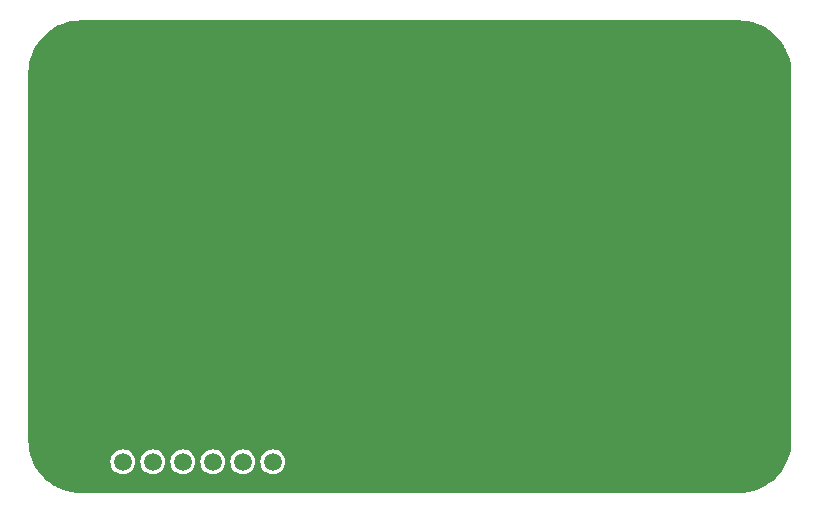
<source format=gbr>
%TF.GenerationSoftware,KiCad,Pcbnew,8.0.7*%
%TF.CreationDate,2025-01-17T21:34:44+01:00*%
%TF.ProjectId,SAO_HelloMyNameIs,53414f5f-4865-46c6-9c6f-4d794e616d65,rev?*%
%TF.SameCoordinates,Original*%
%TF.FileFunction,Copper,L1,Top*%
%TF.FilePolarity,Positive*%
%FSLAX46Y46*%
G04 Gerber Fmt 4.6, Leading zero omitted, Abs format (unit mm)*
G04 Created by KiCad (PCBNEW 8.0.7) date 2025-01-17 21:34:44*
%MOMM*%
%LPD*%
G01*
G04 APERTURE LIST*
%TA.AperFunction,ComponentPad*%
%ADD10C,1.500000*%
%TD*%
G04 APERTURE END LIST*
D10*
%TO.P,,1*%
%TO.N,N/C*%
X98196400Y-104851200D03*
%TD*%
%TO.P,,1*%
%TO.N,N/C*%
X95656400Y-104851200D03*
%TD*%
%TO.P,,1*%
%TO.N,N/C*%
X108356400Y-104851200D03*
%TD*%
%TO.P,,1*%
%TO.N,N/C*%
X105816400Y-104851200D03*
%TD*%
%TO.P,,1*%
%TO.N,N/C*%
X103276400Y-104851200D03*
%TD*%
%TO.P,,1*%
%TO.N,N/C*%
X100736400Y-104851200D03*
%TD*%
%TA.AperFunction,NonConductor*%
G36*
X147849091Y-67478220D02*
G01*
X148226180Y-67494691D01*
X148236924Y-67495631D01*
X148608480Y-67544554D01*
X148619091Y-67546425D01*
X148984954Y-67627541D01*
X148995397Y-67630340D01*
X149352765Y-67743022D01*
X149362930Y-67746721D01*
X149709155Y-67890136D01*
X149718927Y-67894693D01*
X150051325Y-68067732D01*
X150060693Y-68073141D01*
X150376731Y-68274482D01*
X150385577Y-68280675D01*
X150682890Y-68508814D01*
X150691162Y-68515756D01*
X150967436Y-68768914D01*
X150975085Y-68776563D01*
X151228243Y-69052837D01*
X151235187Y-69061111D01*
X151463321Y-69358418D01*
X151469517Y-69367268D01*
X151670858Y-69683306D01*
X151676267Y-69692674D01*
X151797480Y-69925518D01*
X151849298Y-70025056D01*
X151853870Y-70034860D01*
X151997278Y-70381069D01*
X152000977Y-70391234D01*
X152113659Y-70748602D01*
X152116459Y-70759050D01*
X152197569Y-71124884D01*
X152199448Y-71135538D01*
X152248366Y-71507059D01*
X152249308Y-71517818D01*
X152265779Y-71894893D01*
X152265782Y-71894945D01*
X152265900Y-71900356D01*
X152265900Y-103054893D01*
X152265782Y-103060302D01*
X152249318Y-103437378D01*
X152248375Y-103448154D01*
X152199465Y-103819663D01*
X152197587Y-103830317D01*
X152116479Y-104196170D01*
X152113679Y-104206618D01*
X152001000Y-104563992D01*
X151997300Y-104574158D01*
X151853897Y-104920362D01*
X151849325Y-104930166D01*
X151676301Y-105262542D01*
X151670893Y-105271910D01*
X151469548Y-105587958D01*
X151463343Y-105596819D01*
X151235226Y-105894107D01*
X151228272Y-105902394D01*
X150975115Y-106178666D01*
X150967466Y-106186315D01*
X150691194Y-106439472D01*
X150682907Y-106446426D01*
X150385619Y-106674543D01*
X150376758Y-106680748D01*
X150060710Y-106882093D01*
X150051342Y-106887501D01*
X149718966Y-107060525D01*
X149709162Y-107065097D01*
X149362958Y-107208500D01*
X149352792Y-107212200D01*
X148995418Y-107324879D01*
X148984970Y-107327679D01*
X148619117Y-107408787D01*
X148608463Y-107410665D01*
X148236954Y-107459575D01*
X148226178Y-107460518D01*
X147849149Y-107476980D01*
X147843740Y-107477098D01*
X92089106Y-107477098D01*
X92083697Y-107476980D01*
X91706621Y-107460516D01*
X91695845Y-107459573D01*
X91324336Y-107410663D01*
X91313682Y-107408785D01*
X90947830Y-107327677D01*
X90937382Y-107324877D01*
X90580007Y-107212198D01*
X90569841Y-107208498D01*
X90223637Y-107065095D01*
X90213833Y-107060523D01*
X89881458Y-106887500D01*
X89872090Y-106882092D01*
X89556042Y-106680747D01*
X89547181Y-106674542D01*
X89249893Y-106446425D01*
X89241606Y-106439471D01*
X88965334Y-106186314D01*
X88957685Y-106178665D01*
X88704528Y-105902393D01*
X88697574Y-105894106D01*
X88469457Y-105596818D01*
X88463252Y-105587957D01*
X88261907Y-105271909D01*
X88256499Y-105262541D01*
X88083476Y-104930166D01*
X88078904Y-104920362D01*
X88050256Y-104851200D01*
X94600817Y-104851200D01*
X94621099Y-105057132D01*
X94621100Y-105057134D01*
X94681168Y-105255154D01*
X94778715Y-105437650D01*
X94778717Y-105437652D01*
X94909989Y-105597610D01*
X95006609Y-105676902D01*
X95069950Y-105728885D01*
X95252446Y-105826432D01*
X95450466Y-105886500D01*
X95450465Y-105886500D01*
X95468929Y-105888318D01*
X95656400Y-105906783D01*
X95862334Y-105886500D01*
X96060354Y-105826432D01*
X96242850Y-105728885D01*
X96402810Y-105597610D01*
X96534085Y-105437650D01*
X96631632Y-105255154D01*
X96691700Y-105057134D01*
X96711983Y-104851200D01*
X97140817Y-104851200D01*
X97161099Y-105057132D01*
X97161100Y-105057134D01*
X97221168Y-105255154D01*
X97318715Y-105437650D01*
X97318717Y-105437652D01*
X97449989Y-105597610D01*
X97546609Y-105676902D01*
X97609950Y-105728885D01*
X97792446Y-105826432D01*
X97990466Y-105886500D01*
X97990465Y-105886500D01*
X98008929Y-105888318D01*
X98196400Y-105906783D01*
X98402334Y-105886500D01*
X98600354Y-105826432D01*
X98782850Y-105728885D01*
X98942810Y-105597610D01*
X99074085Y-105437650D01*
X99171632Y-105255154D01*
X99231700Y-105057134D01*
X99251983Y-104851200D01*
X99680817Y-104851200D01*
X99701099Y-105057132D01*
X99701100Y-105057134D01*
X99761168Y-105255154D01*
X99858715Y-105437650D01*
X99858717Y-105437652D01*
X99989989Y-105597610D01*
X100086609Y-105676902D01*
X100149950Y-105728885D01*
X100332446Y-105826432D01*
X100530466Y-105886500D01*
X100530465Y-105886500D01*
X100548929Y-105888318D01*
X100736400Y-105906783D01*
X100942334Y-105886500D01*
X101140354Y-105826432D01*
X101322850Y-105728885D01*
X101482810Y-105597610D01*
X101614085Y-105437650D01*
X101711632Y-105255154D01*
X101771700Y-105057134D01*
X101791983Y-104851200D01*
X102220817Y-104851200D01*
X102241099Y-105057132D01*
X102241100Y-105057134D01*
X102301168Y-105255154D01*
X102398715Y-105437650D01*
X102398717Y-105437652D01*
X102529989Y-105597610D01*
X102626609Y-105676902D01*
X102689950Y-105728885D01*
X102872446Y-105826432D01*
X103070466Y-105886500D01*
X103070465Y-105886500D01*
X103088929Y-105888318D01*
X103276400Y-105906783D01*
X103482334Y-105886500D01*
X103680354Y-105826432D01*
X103862850Y-105728885D01*
X104022810Y-105597610D01*
X104154085Y-105437650D01*
X104251632Y-105255154D01*
X104311700Y-105057134D01*
X104331983Y-104851200D01*
X104760817Y-104851200D01*
X104781099Y-105057132D01*
X104781100Y-105057134D01*
X104841168Y-105255154D01*
X104938715Y-105437650D01*
X104938717Y-105437652D01*
X105069989Y-105597610D01*
X105166609Y-105676902D01*
X105229950Y-105728885D01*
X105412446Y-105826432D01*
X105610466Y-105886500D01*
X105610465Y-105886500D01*
X105628929Y-105888318D01*
X105816400Y-105906783D01*
X106022334Y-105886500D01*
X106220354Y-105826432D01*
X106402850Y-105728885D01*
X106562810Y-105597610D01*
X106694085Y-105437650D01*
X106791632Y-105255154D01*
X106851700Y-105057134D01*
X106871983Y-104851200D01*
X107300817Y-104851200D01*
X107321099Y-105057132D01*
X107321100Y-105057134D01*
X107381168Y-105255154D01*
X107478715Y-105437650D01*
X107478717Y-105437652D01*
X107609989Y-105597610D01*
X107706609Y-105676902D01*
X107769950Y-105728885D01*
X107952446Y-105826432D01*
X108150466Y-105886500D01*
X108150465Y-105886500D01*
X108168929Y-105888318D01*
X108356400Y-105906783D01*
X108562334Y-105886500D01*
X108760354Y-105826432D01*
X108942850Y-105728885D01*
X109102810Y-105597610D01*
X109234085Y-105437650D01*
X109331632Y-105255154D01*
X109391700Y-105057134D01*
X109411983Y-104851200D01*
X109391700Y-104645266D01*
X109331632Y-104447246D01*
X109234085Y-104264750D01*
X109157081Y-104170920D01*
X109102810Y-104104789D01*
X108942852Y-103973517D01*
X108942853Y-103973517D01*
X108942850Y-103973515D01*
X108760354Y-103875968D01*
X108562334Y-103815900D01*
X108562332Y-103815899D01*
X108562334Y-103815899D01*
X108356400Y-103795617D01*
X108150467Y-103815899D01*
X107952443Y-103875969D01*
X107842298Y-103934843D01*
X107769950Y-103973515D01*
X107769948Y-103973516D01*
X107769947Y-103973517D01*
X107609989Y-104104789D01*
X107478717Y-104264747D01*
X107381169Y-104447243D01*
X107321099Y-104645267D01*
X107300817Y-104851200D01*
X106871983Y-104851200D01*
X106851700Y-104645266D01*
X106791632Y-104447246D01*
X106694085Y-104264750D01*
X106617081Y-104170920D01*
X106562810Y-104104789D01*
X106402852Y-103973517D01*
X106402853Y-103973517D01*
X106402850Y-103973515D01*
X106220354Y-103875968D01*
X106022334Y-103815900D01*
X106022332Y-103815899D01*
X106022334Y-103815899D01*
X105816400Y-103795617D01*
X105610467Y-103815899D01*
X105412443Y-103875969D01*
X105302298Y-103934843D01*
X105229950Y-103973515D01*
X105229948Y-103973516D01*
X105229947Y-103973517D01*
X105069989Y-104104789D01*
X104938717Y-104264747D01*
X104841169Y-104447243D01*
X104781099Y-104645267D01*
X104760817Y-104851200D01*
X104331983Y-104851200D01*
X104311700Y-104645266D01*
X104251632Y-104447246D01*
X104154085Y-104264750D01*
X104077081Y-104170920D01*
X104022810Y-104104789D01*
X103862852Y-103973517D01*
X103862853Y-103973517D01*
X103862850Y-103973515D01*
X103680354Y-103875968D01*
X103482334Y-103815900D01*
X103482332Y-103815899D01*
X103482334Y-103815899D01*
X103276400Y-103795617D01*
X103070467Y-103815899D01*
X102872443Y-103875969D01*
X102762298Y-103934843D01*
X102689950Y-103973515D01*
X102689948Y-103973516D01*
X102689947Y-103973517D01*
X102529989Y-104104789D01*
X102398717Y-104264747D01*
X102301169Y-104447243D01*
X102241099Y-104645267D01*
X102220817Y-104851200D01*
X101791983Y-104851200D01*
X101771700Y-104645266D01*
X101711632Y-104447246D01*
X101614085Y-104264750D01*
X101537081Y-104170920D01*
X101482810Y-104104789D01*
X101322852Y-103973517D01*
X101322853Y-103973517D01*
X101322850Y-103973515D01*
X101140354Y-103875968D01*
X100942334Y-103815900D01*
X100942332Y-103815899D01*
X100942334Y-103815899D01*
X100736400Y-103795617D01*
X100530467Y-103815899D01*
X100332443Y-103875969D01*
X100222298Y-103934843D01*
X100149950Y-103973515D01*
X100149948Y-103973516D01*
X100149947Y-103973517D01*
X99989989Y-104104789D01*
X99858717Y-104264747D01*
X99761169Y-104447243D01*
X99701099Y-104645267D01*
X99680817Y-104851200D01*
X99251983Y-104851200D01*
X99231700Y-104645266D01*
X99171632Y-104447246D01*
X99074085Y-104264750D01*
X98997081Y-104170920D01*
X98942810Y-104104789D01*
X98782852Y-103973517D01*
X98782853Y-103973517D01*
X98782850Y-103973515D01*
X98600354Y-103875968D01*
X98402334Y-103815900D01*
X98402332Y-103815899D01*
X98402334Y-103815899D01*
X98196400Y-103795617D01*
X97990467Y-103815899D01*
X97792443Y-103875969D01*
X97682298Y-103934843D01*
X97609950Y-103973515D01*
X97609948Y-103973516D01*
X97609947Y-103973517D01*
X97449989Y-104104789D01*
X97318717Y-104264747D01*
X97221169Y-104447243D01*
X97161099Y-104645267D01*
X97140817Y-104851200D01*
X96711983Y-104851200D01*
X96691700Y-104645266D01*
X96631632Y-104447246D01*
X96534085Y-104264750D01*
X96457081Y-104170920D01*
X96402810Y-104104789D01*
X96242852Y-103973517D01*
X96242853Y-103973517D01*
X96242850Y-103973515D01*
X96060354Y-103875968D01*
X95862334Y-103815900D01*
X95862332Y-103815899D01*
X95862334Y-103815899D01*
X95656400Y-103795617D01*
X95450467Y-103815899D01*
X95252443Y-103875969D01*
X95142298Y-103934843D01*
X95069950Y-103973515D01*
X95069948Y-103973516D01*
X95069947Y-103973517D01*
X94909989Y-104104789D01*
X94778717Y-104264747D01*
X94681169Y-104447243D01*
X94621099Y-104645267D01*
X94600817Y-104851200D01*
X88050256Y-104851200D01*
X87935497Y-104574148D01*
X87931801Y-104563992D01*
X87894991Y-104447246D01*
X87819121Y-104206614D01*
X87816322Y-104196169D01*
X87810725Y-104170921D01*
X87735212Y-103830309D01*
X87733336Y-103819663D01*
X87732841Y-103815900D01*
X87684424Y-103448135D01*
X87683484Y-103437398D01*
X87667017Y-103060249D01*
X87666900Y-103054855D01*
X87666900Y-71963492D01*
X87666901Y-71963489D01*
X87666900Y-71900301D01*
X87667018Y-71894893D01*
X87669777Y-71831695D01*
X87683480Y-71517795D01*
X87684418Y-71507065D01*
X87733333Y-71135508D01*
X87735207Y-71124884D01*
X87816317Y-70759009D01*
X87819108Y-70748595D01*
X87931802Y-70391174D01*
X87935485Y-70381053D01*
X88078896Y-70034825D01*
X88083460Y-70025039D01*
X88256495Y-69692641D01*
X88261903Y-69683273D01*
X88369159Y-69514915D01*
X88463249Y-69367222D01*
X88469439Y-69358382D01*
X88697571Y-69061075D01*
X88704509Y-69052806D01*
X88957686Y-68776512D01*
X88965312Y-68768886D01*
X89241606Y-68515709D01*
X89249875Y-68508771D01*
X89547182Y-68280639D01*
X89556022Y-68274449D01*
X89872079Y-68073099D01*
X89881441Y-68067695D01*
X90213839Y-67894660D01*
X90223625Y-67890096D01*
X90569853Y-67746685D01*
X90579974Y-67743002D01*
X90937395Y-67630308D01*
X90947809Y-67627517D01*
X91313697Y-67546404D01*
X91324308Y-67544533D01*
X91695865Y-67495618D01*
X91706595Y-67494680D01*
X92083648Y-67478219D01*
X92089055Y-67478102D01*
X92152289Y-67478103D01*
X92152293Y-67478102D01*
X147843680Y-67478102D01*
X147849091Y-67478220D01*
G37*
%TD.AperFunction*%
M02*

</source>
